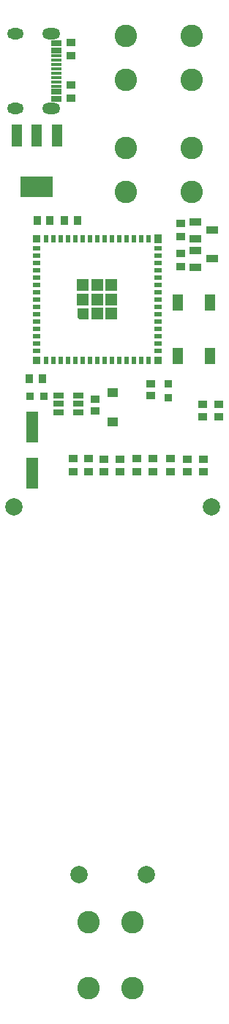
<source format=gts>
G04 Layer: TopSolderMaskLayer*
G04 EasyEDA v6.5.47, 2024-12-16 18:16:38*
G04 268b8e850bac467aae997c2779a4d6d9,381f0eae51a44e099b53e3fe18832c3b,10*
G04 Gerber Generator version 0.2*
G04 Scale: 100 percent, Rotated: No, Reflected: No *
G04 Dimensions in millimeters *
G04 leading zeros omitted , absolute positions ,4 integer and 5 decimal *
%FSLAX45Y45*%
%MOMM*%

%AMMACRO1*4,1,8,-0.6211,-1.8008,-0.6508,-1.771,-0.6508,1.7711,-0.6211,1.8008,0.621,1.8008,0.6508,1.7711,0.6508,-1.771,0.621,-1.8008,-0.6211,-1.8008,0*%
%AMMACRO2*4,1,8,-0.4711,-0.4508,-0.5008,-0.421,-0.5008,0.4211,-0.4711,0.4508,0.471,0.4508,0.5008,0.4211,0.5008,-0.421,0.471,-0.4508,-0.4711,-0.4508,0*%
%AMMACRO3*4,1,8,-0.4211,-0.5008,-0.4508,-0.471,-0.4508,0.4711,-0.4211,0.5008,0.421,0.5008,0.4508,0.4711,0.4508,-0.471,0.421,-0.5008,-0.4211,-0.5008,0*%
%AMMACRO4*4,1,8,-0.5961,-0.5258,-0.6258,-0.496,-0.6258,0.4961,-0.5961,0.5258,0.596,0.5258,0.6258,0.4961,0.6258,-0.496,0.596,-0.5258,-0.5961,-0.5258,0*%
%AMMACRO5*4,1,8,-0.646,-0.4008,-0.6758,-0.371,-0.6758,0.3711,-0.646,0.4008,0.646,0.4008,0.6758,0.3711,0.6758,-0.371,0.646,-0.4008,-0.646,-0.4008,0*%
%AMMACRO6*4,1,8,-0.5711,-0.9508,-0.6008,-0.921,-0.6008,0.9211,-0.5711,0.9508,0.571,0.9508,0.6008,0.9211,0.6008,-0.921,0.571,-0.9508,-0.5711,-0.9508,0*%
%AMMACRO7*4,1,8,-0.4207,-0.45,-0.45,-0.4207,-0.45,0.4207,-0.4207,0.45,0.4207,0.45,0.45,0.4207,0.45,-0.4207,0.4207,-0.45,-0.4207,-0.45,0*%
%AMMACRO8*4,1,8,-0.4207,-0.475,-0.45,-0.4457,-0.45,0.4457,-0.4207,0.475,0.4207,0.475,0.45,0.4457,0.45,-0.4457,0.4207,-0.475,-0.4207,-0.475,0*%
%AMMACRO9*4,1,8,-0.4207,-0.25,-0.45,-0.2207,-0.45,0.2207,-0.4207,0.25,0.4207,0.25,0.45,0.2207,0.45,-0.2207,0.4207,-0.25,-0.4207,-0.25,0*%
%AMMACRO10*4,1,8,-0.2207,-0.45,-0.25,-0.4207,-0.25,0.4207,-0.2207,0.45,0.2207,0.45,0.25,0.4207,0.25,-0.4207,0.2207,-0.45,-0.2207,-0.45,0*%
%AMMACRO11*4,1,8,-0.6207,-0.65,-0.65,-0.6207,-0.65,0.6207,-0.6207,0.65,0.6207,0.65,0.65,0.6207,0.65,-0.6207,0.6207,-0.65,-0.6207,-0.65,0*%
%AMMACRO12*4,1,8,-0.557,-0.3168,-0.5868,-0.287,-0.5868,0.287,-0.557,0.3168,0.557,0.3168,0.5868,0.287,0.5868,-0.287,0.557,-0.3168,-0.557,-0.3168,0*%
%AMMACRO13*4,1,8,-0.5711,-1.3008,-0.6008,-1.271,-0.6008,1.2711,-0.5711,1.3008,0.571,1.3008,0.6008,1.2711,0.6008,-1.271,0.571,-1.3008,-0.5711,-1.3008,0*%
%AMMACRO14*4,1,8,-1.8211,-1.2208,-1.8508,-1.191,-1.8508,1.1911,-1.8211,1.2208,1.821,1.2208,1.8508,1.1911,1.8508,-1.191,1.821,-1.2208,-1.8211,-1.2208,0*%
%AMMACRO15*4,1,8,-0.4211,-0.4508,-0.4508,-0.421,-0.4508,0.4211,-0.4211,0.4508,0.421,0.4508,0.4508,0.4211,0.4508,-0.421,0.421,-0.4508,-0.4211,-0.4508,0*%
%AMMACRO16*4,1,8,-0.5707,-0.35,-0.6,-0.3207,-0.6,0.3207,-0.5707,0.35,0.5707,0.35,0.6,0.3207,0.6,-0.3207,0.5707,-0.35,-0.5707,-0.35,0*%
%AMMACRO17*4,1,8,-0.5707,-0.2,-0.6,-0.1707,-0.6,0.1707,-0.5707,0.2,0.5707,0.2,0.6,0.1707,0.6,-0.1707,0.5707,-0.2,-0.5707,-0.2,0*%
%AMMACRO18*4,1,8,-0.4531,-0.4508,-0.4828,-0.421,-0.4828,0.4211,-0.4531,0.4508,0.453,0.4508,0.4828,0.4211,0.4828,-0.421,0.453,-0.4508,-0.4531,-0.4508,0*%
%AMMACRO19*4,1,8,-0.4531,-0.454,-0.4828,-0.4243,-0.4828,0.4243,-0.4531,0.454,0.453,0.454,0.4828,0.4243,0.4828,-0.4243,0.453,-0.454,-0.4531,-0.454,0*%
%AMMACRO20*4,1,8,-0.4243,-0.4828,-0.454,-0.453,-0.454,0.4531,-0.4243,0.4828,0.4243,0.4828,0.454,0.4531,0.454,-0.453,0.4243,-0.4828,-0.4243,-0.4828,0*%
%ADD10MACRO1*%
%ADD11MACRO2*%
%ADD12MACRO3*%
%ADD13MACRO4*%
%ADD14C,2.6016*%
%ADD15MACRO5*%
%ADD16MACRO6*%
%ADD17MACRO7*%
%ADD18MACRO8*%
%ADD19MACRO9*%
%ADD20MACRO10*%
%ADD21MACRO11*%
%ADD22MACRO12*%
%ADD23C,2.0016*%
%ADD24MACRO13*%
%ADD25MACRO14*%
%ADD26MACRO15*%
%ADD27MACRO16*%
%ADD28MACRO17*%
%ADD29O,2.1000212X1.3000228*%
%ADD30O,1.9000215999999999X1.3000228*%
%ADD31MACRO18*%
%ADD32MACRO19*%
%ADD33MACRO20*%
%ADD34C,0.0197*%

%LPD*%
D10*
G01*
X1181100Y7048797D03*
G01*
X1181100Y6514802D03*
D11*
G01*
X3149600Y7308999D03*
G01*
X3149600Y7169000D03*
G01*
X3340100Y7308999D03*
G01*
X3340100Y7169000D03*
D12*
G01*
X1378099Y9436100D03*
G01*
X1238100Y9436100D03*
D11*
G01*
X2006600Y6673999D03*
G01*
X2006600Y6534000D03*
G01*
X3162300Y6673999D03*
G01*
X3162300Y6534000D03*
G01*
X2971800Y6673999D03*
G01*
X2971800Y6534000D03*
G01*
X1905000Y7372499D03*
G01*
X1905000Y7232500D03*
G01*
X2197100Y6673999D03*
G01*
X2197100Y6534000D03*
D13*
G01*
X2108200Y7107859D03*
G01*
X2108200Y7446340D03*
D14*
G01*
X2336800Y558800D03*
G01*
X1828800Y558800D03*
G01*
X2336800Y1320800D03*
G01*
X1828800Y1320800D03*
G01*
X3022600Y11569700D03*
G01*
X3022600Y11061700D03*
G01*
X2260600Y11569700D03*
G01*
X2260600Y11061700D03*
G01*
X3022600Y10274300D03*
G01*
X3022600Y9766300D03*
G01*
X2260600Y10274300D03*
G01*
X2260600Y9766300D03*
D15*
G01*
X3062300Y9086596D03*
G01*
X3062300Y8896605D03*
G01*
X3262299Y8991601D03*
G01*
X3062300Y9416796D03*
G01*
X3062300Y9226805D03*
G01*
X3262299Y9321801D03*
D16*
G01*
X2862999Y7868805D03*
G01*
X2862999Y8488805D03*
G01*
X3232999Y7868805D03*
G01*
X3232999Y8488804D03*
G36*
X1732399Y8291690D02*
G01*
X1731840Y8291720D01*
X1731286Y8291814D01*
X1730748Y8291969D01*
X1730230Y8292185D01*
X1729737Y8292457D01*
X1729280Y8292782D01*
X1728863Y8293155D01*
X1701863Y8320156D01*
X1701490Y8320572D01*
X1701164Y8321029D01*
X1700893Y8321522D01*
X1700677Y8322040D01*
X1700522Y8322579D01*
X1700428Y8323132D01*
X1700397Y8323691D01*
X1700397Y8416691D01*
X1700420Y8417181D01*
X1700494Y8417666D01*
X1700613Y8418144D01*
X1700778Y8418606D01*
X1700987Y8419048D01*
X1701241Y8419470D01*
X1701533Y8419863D01*
X1701863Y8420227D01*
X1702226Y8420557D01*
X1702620Y8420849D01*
X1703042Y8421103D01*
X1703484Y8421311D01*
X1703946Y8421476D01*
X1704423Y8421596D01*
X1704908Y8421669D01*
X1705399Y8421692D01*
X1825401Y8421692D01*
X1825891Y8421669D01*
X1826376Y8421596D01*
X1826854Y8421476D01*
X1827316Y8421311D01*
X1827758Y8421103D01*
X1828180Y8420849D01*
X1828573Y8420557D01*
X1828937Y8420227D01*
X1829267Y8419863D01*
X1829559Y8419470D01*
X1829813Y8419048D01*
X1830021Y8418606D01*
X1830186Y8418144D01*
X1830306Y8417666D01*
X1830379Y8417181D01*
X1830402Y8416691D01*
X1830402Y8296691D01*
X1830379Y8296201D01*
X1830306Y8295716D01*
X1830186Y8295238D01*
X1830021Y8294776D01*
X1829813Y8294334D01*
X1829559Y8293912D01*
X1829267Y8293519D01*
X1828937Y8293155D01*
X1828573Y8292825D01*
X1828180Y8292533D01*
X1827758Y8292279D01*
X1827316Y8292071D01*
X1826854Y8291906D01*
X1826376Y8291786D01*
X1825891Y8291713D01*
X1825401Y8291690D01*
G37*
D17*
G01*
X1230398Y9221693D03*
D18*
G01*
X2630398Y9219191D03*
D17*
G01*
X2630398Y7821693D03*
G01*
X1230398Y7821691D03*
D19*
G01*
X2630401Y8946669D03*
G01*
X2630401Y8861668D03*
G01*
X2630401Y8776667D03*
G01*
X2630401Y8691671D03*
G01*
X2630401Y8606678D03*
G01*
X2630401Y8521674D03*
G01*
X2630401Y8436673D03*
G01*
X2630401Y8351680D03*
G01*
X2630401Y8266684D03*
G01*
X2630401Y8181682D03*
G01*
X2630401Y8096679D03*
G01*
X2630401Y8011685D03*
G01*
X2630401Y7926689D03*
G01*
X2630401Y9031671D03*
G01*
X2630401Y9116669D03*
G01*
X1230398Y8096714D03*
G01*
X1230398Y8181715D03*
G01*
X1230398Y8266717D03*
G01*
X1230398Y8351713D03*
G01*
X1230398Y8436706D03*
G01*
X1230398Y8521710D03*
G01*
X1230398Y8606711D03*
G01*
X1230398Y8691704D03*
G01*
X1230398Y8776700D03*
G01*
X1230398Y8861701D03*
G01*
X1230398Y8946705D03*
G01*
X1230398Y9031698D03*
G01*
X1230398Y9116694D03*
G01*
X1230398Y8011713D03*
G01*
X1230398Y7926715D03*
D20*
G01*
X1505422Y9221693D03*
G01*
X1590423Y9221693D03*
G01*
X1675424Y9221693D03*
G01*
X1760420Y9221693D03*
G01*
X1845414Y9221693D03*
G01*
X1930417Y9221693D03*
G01*
X2015418Y9221693D03*
G01*
X2100412Y9221693D03*
G01*
X2185408Y9221693D03*
G01*
X2270409Y9221693D03*
G01*
X2355413Y9221693D03*
G01*
X2440406Y9221693D03*
G01*
X2525402Y9221693D03*
G01*
X1420421Y9221693D03*
G01*
X1335422Y9221693D03*
G01*
X2525377Y7821691D03*
G01*
X2440378Y7821691D03*
G01*
X1335397Y7821691D03*
G01*
X1420393Y7821691D03*
G01*
X1505386Y7821691D03*
G01*
X1590390Y7821691D03*
G01*
X1675391Y7821691D03*
G01*
X1760387Y7821691D03*
G01*
X1845381Y7821691D03*
G01*
X1930382Y7821691D03*
G01*
X2015385Y7821691D03*
G01*
X2100379Y7821691D03*
G01*
X2185375Y7821691D03*
G01*
X2270376Y7821691D03*
G01*
X2355377Y7821691D03*
D21*
G01*
X2095413Y8521692D03*
G01*
X2095413Y8356680D03*
G01*
X2095413Y8686679D03*
G01*
X1765406Y8521692D03*
G01*
X1765411Y8686685D03*
G01*
X1930400Y8686685D03*
G01*
X1930400Y8356678D03*
G01*
X1930400Y8521692D03*
D22*
G01*
X1485290Y7410196D03*
G01*
X1485290Y7315200D03*
G01*
X1485290Y7220203D03*
G01*
X1715109Y7220203D03*
G01*
X1715109Y7315200D03*
G01*
X1715109Y7410196D03*
D23*
G01*
X1718182Y1875485D03*
G01*
X2498191Y1875485D03*
G01*
X968197Y6125489D03*
G01*
X3248202Y6125489D03*
D24*
G01*
X1461897Y10418893D03*
G01*
X1231900Y10418893D03*
G01*
X1001902Y10418893D03*
D25*
G01*
X1231900Y9824897D03*
D26*
G01*
X1311843Y7404453D03*
G01*
X1151943Y7403752D03*
D27*
G01*
X1456703Y11483301D03*
G01*
X1456703Y11403291D03*
D28*
G01*
X1456703Y11338293D03*
G01*
X1456703Y11288280D03*
G01*
X1456703Y11238293D03*
G01*
X1456703Y11188306D03*
G01*
X1456703Y11138293D03*
G01*
X1456703Y11088306D03*
G01*
X1456703Y11038293D03*
G01*
X1456703Y10988281D03*
D27*
G01*
X1456703Y10923282D03*
G01*
X1456703Y10843298D03*
D29*
G01*
X1401724Y11595785D03*
G01*
X1401724Y10730788D03*
D30*
G01*
X981710Y11595785D03*
G01*
X981710Y10730788D03*
D31*
G01*
X2552712Y7550299D03*
G01*
X2552712Y7410300D03*
D26*
G01*
X2755910Y7387656D03*
G01*
X2755894Y7547556D03*
D32*
G01*
X1625600Y11492624D03*
G01*
X1625600Y11341975D03*
G01*
X1625600Y10846675D03*
G01*
X1625600Y10997324D03*
D33*
G01*
X1700924Y9436100D03*
G01*
X1550275Y9436100D03*
G01*
X1143875Y7607300D03*
G01*
X1294524Y7607300D03*
D32*
G01*
X2895600Y9054224D03*
G01*
X2895600Y8903575D03*
G01*
X2895600Y9397124D03*
G01*
X2895600Y9246475D03*
G01*
X1828800Y6679324D03*
G01*
X1828800Y6528675D03*
G01*
X1651000Y6528675D03*
G01*
X1651000Y6679324D03*
G01*
X2781300Y6528675D03*
G01*
X2781300Y6679324D03*
G01*
X2578100Y6679324D03*
G01*
X2578100Y6528675D03*
G01*
X2387600Y6528675D03*
G01*
X2387600Y6679324D03*
M02*

</source>
